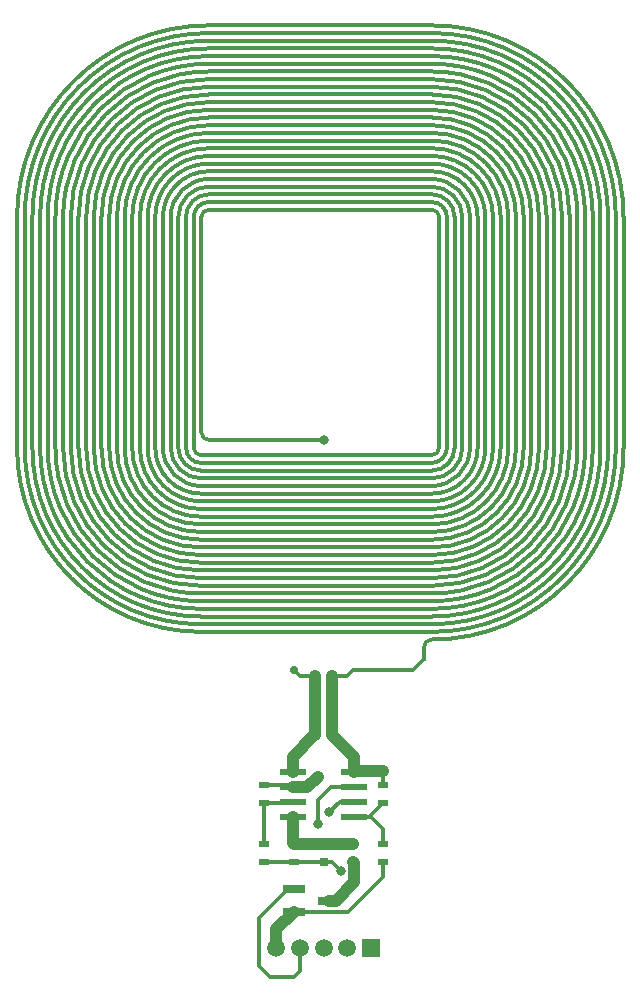
<source format=gtl>
G04 #@! TF.GenerationSoftware,KiCad,Pcbnew,(2017-06-12 revision 19d5cc754)-master*
G04 #@! TF.CreationDate,2018-05-14T22:42:30+02:00*
G04 #@! TF.ProjectId,RFID_MLX90109,524649445F4D4C5839303130392E6B69,rev?*
G04 #@! TF.FileFunction,Copper,L1,Top,Signal*
G04 #@! TF.FilePolarity,Positive*
%FSLAX46Y46*%
G04 Gerber Fmt 4.6, Leading zero omitted, Abs format (unit mm)*
G04 Created by KiCad (PCBNEW (2017-06-12 revision 19d5cc754)-master) date 2018 May 14, Monday 22:42:30*
%MOMM*%
%LPD*%
G01*
G04 APERTURE LIST*
%ADD10C,0.100000*%
%ADD11C,0.300000*%
%ADD12R,0.800000X0.750000*%
%ADD13R,0.750000X0.800000*%
%ADD14R,0.900000X0.500000*%
%ADD15R,0.300000X1.000000*%
%ADD16R,1.000000X0.300000*%
%ADD17R,1.900000X0.800000*%
%ADD18R,1.500000X1.500000*%
%ADD19C,1.500000*%
%ADD20R,2.200000X0.600000*%
%ADD21C,1.000000*%
%ADD22C,0.800000*%
%ADD23C,0.700000*%
%ADD24C,1.000000*%
%ADD25C,0.250000*%
G04 APERTURE END LIST*
D10*
D11*
X182900000Y-53650000D02*
X182900000Y-73150000D01*
X182250000Y-53650000D02*
X182250000Y-73150000D01*
X181600000Y-53650000D02*
X181600000Y-73150000D01*
X180300000Y-53650000D02*
X180300000Y-73150000D01*
X179000000Y-53650000D02*
X179000000Y-73150000D01*
X178350000Y-53650000D02*
X178350000Y-73150000D01*
X180950000Y-53650000D02*
X180950000Y-73150000D01*
X179650000Y-53650000D02*
X179650000Y-73150000D01*
X176400000Y-53650000D02*
X176400000Y-73150000D01*
X174450000Y-53650000D02*
X174450000Y-73150000D01*
X175100000Y-53650000D02*
X175100000Y-73150000D01*
X175750000Y-53650000D02*
X175750000Y-73150000D01*
X173800000Y-53650000D02*
X173800000Y-73150000D01*
X173150000Y-53650000D02*
X173150000Y-73150000D01*
X177700000Y-53650000D02*
X177700000Y-73150000D01*
X177050000Y-53650000D02*
X177050000Y-73150000D01*
X172500000Y-53650000D02*
X172500000Y-73150000D01*
X169900000Y-53650000D02*
X169900000Y-73150000D01*
X171200000Y-53650000D02*
X171200000Y-73150000D01*
X170550000Y-53650000D02*
X170550000Y-73150000D01*
X168600000Y-53650000D02*
X168600000Y-73150000D01*
X167950000Y-53650000D02*
X167950000Y-73150000D01*
X171850000Y-53650000D02*
X171850000Y-73150000D01*
X169250000Y-53650000D02*
X169250000Y-73150000D01*
X167300000Y-53650000D02*
X167300000Y-73150000D01*
X167300000Y-73150000D02*
G75*
G02X166650000Y-73800000I-650000J0D01*
G01*
X167950000Y-73150000D02*
G75*
G02X166650000Y-74450000I-1300000J0D01*
G01*
X168600000Y-73150000D02*
G75*
G02X166650000Y-75100000I-1950000J0D01*
G01*
X169250000Y-73150000D02*
G75*
G02X166650000Y-75750000I-2600000J0D01*
G01*
X169900000Y-73150000D02*
G75*
G02X166650000Y-76400000I-3250000J0D01*
G01*
X170550000Y-73150000D02*
G75*
G02X166650000Y-77050000I-3900000J0D01*
G01*
X171200000Y-73150000D02*
G75*
G02X166650000Y-77700000I-4550000J0D01*
G01*
X171850000Y-73150000D02*
G75*
G02X166650000Y-78350000I-5200000J0D01*
G01*
X172500000Y-73150000D02*
G75*
G02X166650000Y-79000000I-5850000J0D01*
G01*
X173150000Y-73150000D02*
G75*
G02X166650000Y-79650000I-6500000J0D01*
G01*
X173800000Y-73150000D02*
G75*
G02X166650000Y-80300000I-7150000J0D01*
G01*
X174450000Y-73150000D02*
G75*
G02X166650000Y-80950000I-7800000J0D01*
G01*
X175100000Y-73150000D02*
G75*
G02X166650000Y-81600000I-8450000J0D01*
G01*
X175750000Y-73150000D02*
G75*
G02X166650000Y-82250000I-9100000J0D01*
G01*
X176400000Y-73150000D02*
G75*
G02X166650000Y-82900000I-9750000J0D01*
G01*
X177050000Y-73150000D02*
G75*
G02X166650000Y-83550000I-10400000J0D01*
G01*
X177700000Y-73150000D02*
G75*
G02X166650000Y-84200000I-11050000J0D01*
G01*
X178350000Y-73150000D02*
G75*
G02X166650000Y-84850000I-11700000J0D01*
G01*
X179000000Y-73150000D02*
G75*
G02X166650000Y-85500000I-12350000J0D01*
G01*
X179650000Y-73150000D02*
G75*
G02X166650000Y-86150000I-13000000J0D01*
G01*
X180300000Y-73150000D02*
G75*
G02X166650000Y-86800000I-13650000J0D01*
G01*
X180950000Y-73150000D02*
G75*
G02X166650000Y-87450000I-14300000J0D01*
G01*
X181600000Y-73150000D02*
G75*
G02X166650000Y-88100000I-14950000J0D01*
G01*
X182250000Y-73150000D02*
G75*
G02X166650000Y-88750000I-15600000J0D01*
G01*
X182900000Y-73150000D02*
G75*
G02X166650000Y-89400000I-16250000J0D01*
G01*
X166650000Y-40650000D02*
G75*
G02X179650000Y-53650000I0J-13000000D01*
G01*
X147800000Y-52350000D02*
X166650000Y-52350000D01*
X166650000Y-46500000D02*
G75*
G02X173800000Y-53650000I0J-7150000D01*
G01*
X147800000Y-40000000D02*
X166650000Y-40000000D01*
X166642446Y-38700000D02*
G75*
G02X181592446Y-53650000I0J-14950000D01*
G01*
X147800000Y-41950000D02*
X166650000Y-41950000D01*
X147800000Y-38700000D02*
X166650000Y-38700000D01*
X147800000Y-39350000D02*
X166650000Y-39350000D01*
X147800000Y-50400000D02*
X166650000Y-50400000D01*
X166650000Y-49750000D02*
G75*
G02X170550000Y-53650000I0J-3900000D01*
G01*
X166650000Y-41300000D02*
G75*
G02X179000000Y-53650000I0J-12350000D01*
G01*
X147800000Y-49750000D02*
X166650000Y-49750000D01*
X166650000Y-39350000D02*
G75*
G02X180950000Y-53650000I0J-14300000D01*
G01*
X147800000Y-51050000D02*
X166650000Y-51050000D01*
X166650000Y-47150000D02*
G75*
G02X173150000Y-53650000I0J-6500000D01*
G01*
X166650000Y-51700000D02*
G75*
G02X168600000Y-53650000I0J-1950000D01*
G01*
X166650000Y-50400000D02*
G75*
G02X169900000Y-53650000I0J-3250000D01*
G01*
X147800000Y-45200000D02*
X166650000Y-45200000D01*
X166650000Y-45200000D02*
G75*
G02X175100000Y-53650000I0J-8450000D01*
G01*
X166650000Y-52350000D02*
G75*
G02X167950000Y-53650000I0J-1300000D01*
G01*
X166650000Y-53000000D02*
G75*
G02X167300000Y-53650000I0J-650000D01*
G01*
X147800000Y-51700000D02*
X166650000Y-51700000D01*
X166650000Y-49100000D02*
G75*
G02X171200000Y-53650000I0J-4550000D01*
G01*
X147800000Y-43250000D02*
X166650000Y-43250000D01*
X147800000Y-42600000D02*
X166650000Y-42600000D01*
X166650000Y-47800000D02*
G75*
G02X172500000Y-53650000I0J-5850000D01*
G01*
X166650000Y-48450000D02*
G75*
G02X171850000Y-53650000I0J-5200000D01*
G01*
X147800000Y-38050000D02*
X166650000Y-38050000D01*
X166650000Y-44550000D02*
G75*
G02X175750000Y-53650000I0J-9100000D01*
G01*
X147800000Y-47800000D02*
X166650000Y-47800000D01*
X166650000Y-45850000D02*
G75*
G02X174450000Y-53650000I0J-7800000D01*
G01*
X166650000Y-41950000D02*
G75*
G02X178350000Y-53650000I0J-11700000D01*
G01*
X147800000Y-40650000D02*
X166650000Y-40650000D01*
X166650000Y-40000000D02*
G75*
G02X180300000Y-53650000I0J-13650000D01*
G01*
X147800000Y-43900000D02*
X166650000Y-43900000D01*
X147800000Y-53000000D02*
X166650000Y-53000000D01*
X147800000Y-37400000D02*
X166650000Y-37400000D01*
X147800000Y-47150000D02*
X166650000Y-47150000D01*
X166650000Y-37400000D02*
G75*
G02X182900000Y-53650000I0J-16250000D01*
G01*
X147800000Y-41300000D02*
X166650000Y-41300000D01*
X166650000Y-42600000D02*
G75*
G02X177700000Y-53650000I0J-11050000D01*
G01*
X166650000Y-43900000D02*
G75*
G02X176400000Y-53650000I0J-9750000D01*
G01*
X147800000Y-48450000D02*
X166650000Y-48450000D01*
X166650000Y-51050000D02*
G75*
G02X169250000Y-53650000I0J-2600000D01*
G01*
X147800000Y-46500000D02*
X166650000Y-46500000D01*
X147800000Y-45850000D02*
X166650000Y-45850000D01*
X147800000Y-49100000D02*
X166650000Y-49100000D01*
X166650000Y-43250000D02*
G75*
G02X177050000Y-53650000I0J-10400000D01*
G01*
X147800000Y-44550000D02*
X166650000Y-44550000D01*
X166650000Y-38050000D02*
G75*
G02X182250000Y-53650000I0J-15600000D01*
G01*
X166650000Y-88100000D02*
X147150000Y-88100000D01*
X147150000Y-80300000D02*
G75*
G02X140000000Y-73150000I0J7150000D01*
G01*
X166650000Y-77700000D02*
X147150000Y-77700000D01*
X147150000Y-77700000D02*
G75*
G02X142600000Y-73150000I0J4550000D01*
G01*
X166650000Y-84850000D02*
X147150000Y-84850000D01*
X166650000Y-86150000D02*
X147150000Y-86150000D01*
X166650000Y-85500000D02*
X147150000Y-85500000D01*
X147150000Y-74450000D02*
G75*
G02X145850000Y-73150000I0J1300000D01*
G01*
X166650000Y-79000000D02*
X147150000Y-79000000D01*
X166650000Y-75100000D02*
X147150000Y-75100000D01*
X147150000Y-84200000D02*
G75*
G02X136100000Y-73150000I0J11050000D01*
G01*
X147150000Y-77050000D02*
G75*
G02X143250000Y-73150000I0J3900000D01*
G01*
X166650000Y-73800000D02*
X147150000Y-73800000D01*
X147150000Y-73800000D02*
G75*
G02X146500000Y-73150000I0J650000D01*
G01*
X147150000Y-83550000D02*
G75*
G02X136750000Y-73150000I0J10400000D01*
G01*
X166550000Y-81550000D02*
X147150000Y-81600000D01*
X147150000Y-79000000D02*
G75*
G02X141300000Y-73150000I0J5850000D01*
G01*
X166650000Y-75750000D02*
X147150000Y-75750000D01*
X166650000Y-78350000D02*
X147150000Y-78350000D01*
X166650000Y-76400000D02*
X147150000Y-76400000D01*
X147150000Y-75100000D02*
G75*
G02X145200000Y-73150000I0J1950000D01*
G01*
X166650000Y-84200000D02*
X147150000Y-84200000D01*
X166650000Y-79650000D02*
X147150000Y-79650000D01*
X147150000Y-76400000D02*
G75*
G02X143900000Y-73150000I0J3250000D01*
G01*
X147150000Y-75750000D02*
G75*
G02X144550000Y-73150000I0J2600000D01*
G01*
X166650000Y-86800000D02*
X147150000Y-86800000D01*
X147150000Y-79650000D02*
G75*
G02X140650000Y-73150000I0J6500000D01*
G01*
X166650000Y-83550000D02*
X147150000Y-83550000D01*
X147150000Y-88750000D02*
G75*
G02X131550000Y-73150000I0J15600000D01*
G01*
X147150000Y-78350000D02*
G75*
G02X141950000Y-73150000I0J5200000D01*
G01*
X147150000Y-86800000D02*
G75*
G02X133500000Y-73150000I0J13650000D01*
G01*
X147150000Y-80950000D02*
G75*
G02X139350000Y-73150000I0J7800000D01*
G01*
X166650000Y-82900000D02*
X147150000Y-82900000D01*
X166650000Y-74450000D02*
X147150000Y-74450000D01*
X147150000Y-85500000D02*
G75*
G02X134800000Y-73150000I0J12350000D01*
G01*
X166650000Y-88750000D02*
X147150000Y-88750000D01*
X147150000Y-82250000D02*
G75*
G02X138050000Y-73150000I0J9100000D01*
G01*
X166650000Y-87450000D02*
X147150000Y-87450000D01*
X147150000Y-82900000D02*
G75*
G02X137400000Y-73150000I0J9750000D01*
G01*
X147150000Y-87450000D02*
G75*
G02X132850000Y-73150000I0J14300000D01*
G01*
X166650000Y-77050000D02*
X147150000Y-77050000D01*
X147150000Y-86150000D02*
G75*
G02X134150000Y-73150000I0J13000000D01*
G01*
X166650000Y-80300000D02*
X147150000Y-80300000D01*
X166650000Y-80950000D02*
X147150000Y-80950000D01*
X166650000Y-82250000D02*
X147150000Y-82250000D01*
X147150000Y-88100000D02*
G75*
G02X132200000Y-73150000I0J14950000D01*
G01*
X147150000Y-84850000D02*
G75*
G02X135450000Y-73150000I0J11700000D01*
G01*
X147150000Y-81600000D02*
G75*
G02X138700000Y-73150000I0J8450000D01*
G01*
X134150000Y-73150000D02*
X134150000Y-53650000D01*
X141300000Y-53650000D02*
G75*
G02X147800000Y-47150000I6500000J0D01*
G01*
X137400000Y-73150000D02*
X137400000Y-53650000D01*
X132200000Y-53650000D02*
G75*
G02X147800000Y-38050000I15600000J0D01*
G01*
X142600000Y-53650000D02*
G75*
G02X147800000Y-48450000I5200000J0D01*
G01*
X134150000Y-53650000D02*
G75*
G02X147800000Y-40000000I13650000J0D01*
G01*
X140000000Y-53650000D02*
G75*
G02X147800000Y-45850000I7800000J0D01*
G01*
X138050000Y-73150000D02*
X138050000Y-53650000D01*
X146500000Y-73150000D02*
X146500000Y-53650000D01*
X135450000Y-53650000D02*
G75*
G02X147800000Y-41300000I12350000J0D01*
G01*
X132200000Y-73150000D02*
X132200000Y-53650000D01*
X138700000Y-53650000D02*
G75*
G02X147800000Y-44550000I9100000J0D01*
G01*
X133500000Y-73150000D02*
X133500000Y-53650000D01*
X138050000Y-53650000D02*
G75*
G02X147800000Y-43900000I9750000J0D01*
G01*
X133500000Y-53650000D02*
G75*
G02X147800000Y-39350000I14300000J0D01*
G01*
X143900000Y-73150000D02*
X143900000Y-53650000D01*
X134800000Y-53650000D02*
G75*
G02X147800000Y-40650000I13000000J0D01*
G01*
X140650000Y-73150000D02*
X140650000Y-53650000D01*
X140000000Y-73150000D02*
X140000000Y-53650000D01*
X132850000Y-73150000D02*
X132850000Y-53650000D01*
X140650000Y-53650000D02*
G75*
G02X147800000Y-46500000I7150000J0D01*
G01*
X145200000Y-73150000D02*
X145200000Y-53650000D01*
X142600000Y-73150000D02*
X142600000Y-53650000D01*
X131550000Y-73150000D02*
X131550000Y-53650000D01*
X144550000Y-73150000D02*
X144550000Y-53650000D01*
X145850000Y-53650000D02*
G75*
G02X147800000Y-51700000I1950000J0D01*
G01*
X136750000Y-73150000D02*
X136750000Y-53650000D01*
X141300000Y-73150000D02*
X141300000Y-53650000D01*
X144550000Y-53650000D02*
G75*
G02X147800000Y-50400000I3250000J0D01*
G01*
X145200000Y-53650000D02*
G75*
G02X147800000Y-51050000I2600000J0D01*
G01*
X145850000Y-73150000D02*
X145850000Y-53650000D01*
X136750000Y-53650000D02*
G75*
G02X147800000Y-42600000I11050000J0D01*
G01*
X143900000Y-53650000D02*
G75*
G02X147800000Y-49750000I3900000J0D01*
G01*
X147150000Y-71850000D02*
X147150000Y-53650000D01*
X147150000Y-53650000D02*
G75*
G02X147800000Y-53000000I650000J0D01*
G01*
X137400000Y-53650000D02*
G75*
G02X147800000Y-43250000I10400000J0D01*
G01*
X139350000Y-73150000D02*
X139350000Y-53650000D01*
X141950000Y-53650000D02*
G75*
G02X147800000Y-47800000I5850000J0D01*
G01*
X143250000Y-73150000D02*
X143250000Y-53650000D01*
X143250000Y-53650000D02*
G75*
G02X147800000Y-49100000I4550000J0D01*
G01*
X136100000Y-73150000D02*
X136100000Y-53650000D01*
X131550000Y-53650000D02*
G75*
G02X147800000Y-37400000I16250000J0D01*
G01*
X134800000Y-73150000D02*
X134800000Y-53650000D01*
X135450000Y-73150000D02*
X135450000Y-53650000D01*
X146500000Y-53650000D02*
G75*
G02X147800000Y-52350000I1300000J0D01*
G01*
X141950000Y-73150000D02*
X141950000Y-53650000D01*
X138700000Y-73150000D02*
X138700000Y-53650000D01*
X132850000Y-53650000D02*
G75*
G02X147800000Y-38700000I14950000J0D01*
G01*
X136100000Y-53650000D02*
G75*
G02X147800000Y-41950000I11700000J0D01*
G01*
X139350000Y-53650000D02*
G75*
G02X147800000Y-45200000I8450000J0D01*
G01*
X147800000Y-72500000D02*
G75*
G02X147150000Y-71850000I0J650000D01*
G01*
X166000000Y-90050000D02*
G75*
G02X166650000Y-89400000I650000J0D01*
G01*
X166000000Y-90050000D02*
X166000000Y-90700000D01*
X156900000Y-72500000D02*
X147800000Y-72500000D01*
D12*
X158250000Y-97500000D03*
X156750000Y-97500000D03*
D13*
X157500000Y-106750000D03*
X157500000Y-108250000D03*
D12*
X156750000Y-95000000D03*
X158250000Y-95000000D03*
X156750000Y-92500000D03*
X158250000Y-92500000D03*
D14*
X160000000Y-106750000D03*
X160000000Y-108250000D03*
X162500000Y-108250000D03*
X162500000Y-106750000D03*
X162500000Y-101750000D03*
X162500000Y-103250000D03*
X155000000Y-106750000D03*
X155000000Y-108250000D03*
X152500000Y-101750000D03*
X152500000Y-103250000D03*
X152500000Y-106750000D03*
X152500000Y-108250000D03*
D15*
X166000000Y-90700000D03*
D16*
X156900000Y-72500000D03*
D17*
X158000000Y-111500000D03*
X155000000Y-112450000D03*
X155000000Y-110550000D03*
D18*
X161500000Y-115500000D03*
D19*
X159500000Y-115500000D03*
X157500000Y-115500000D03*
X155500000Y-115500000D03*
X153500000Y-115500000D03*
D20*
X160100000Y-100595000D03*
X160100000Y-101865000D03*
X160100000Y-103135000D03*
X160100000Y-104405000D03*
X154900000Y-104405000D03*
X154900000Y-103135000D03*
X154900000Y-101865000D03*
X154900000Y-100595000D03*
D21*
X157000000Y-101000000D03*
D22*
X159000000Y-109000000D03*
D21*
X162500000Y-100500000D03*
D22*
X157000000Y-105000000D03*
X158000000Y-104000000D03*
D23*
X155000000Y-92000000D03*
D22*
X157500000Y-72500000D03*
D11*
X155000000Y-112450000D02*
X159550000Y-112450000D01*
X159550000Y-112450000D02*
X162500000Y-109500000D01*
X162500000Y-109500000D02*
X162500000Y-108250000D01*
D24*
X154900000Y-101865000D02*
X156135000Y-101865000D01*
X156135000Y-101865000D02*
X157000000Y-101000000D01*
X153500000Y-115500000D02*
X153500000Y-113950000D01*
X153500000Y-113950000D02*
X155000000Y-112450000D01*
D11*
X152500000Y-101750000D02*
X154785000Y-101750000D01*
X154785000Y-101750000D02*
X154900000Y-101865000D01*
X155000000Y-110550000D02*
X154450000Y-110550000D01*
X154450000Y-110550000D02*
X152000000Y-113000000D01*
X152000000Y-113000000D02*
X152000000Y-117000000D01*
X152000000Y-117000000D02*
X153000000Y-118000000D01*
X153000000Y-118000000D02*
X155000000Y-118000000D01*
X155000000Y-118000000D02*
X155500000Y-117500000D01*
X155500000Y-117500000D02*
X155500000Y-115500000D01*
X162500000Y-101750000D02*
X162500000Y-100500000D01*
X158250000Y-108250000D02*
X159000000Y-109000000D01*
X157500000Y-108250000D02*
X158250000Y-108250000D01*
X155000000Y-108250000D02*
X157500000Y-108250000D01*
X152500000Y-108250000D02*
X155000000Y-108250000D01*
X160000000Y-92000000D02*
X159500000Y-92500000D01*
X159500000Y-92500000D02*
X158250000Y-92500000D01*
X165050000Y-92000000D02*
X160000000Y-92000000D01*
X166000000Y-90700000D02*
X166000000Y-91050000D01*
X166000000Y-91050000D02*
X165050000Y-92000000D01*
D24*
X158250000Y-95000000D02*
X158250000Y-92500000D01*
X158250000Y-97500000D02*
X158250000Y-92500000D01*
X160100000Y-100595000D02*
X160100000Y-99350000D01*
X160100000Y-99350000D02*
X158250000Y-97500000D01*
X162500000Y-100500000D02*
X160195000Y-100500000D01*
X160195000Y-100500000D02*
X160100000Y-100595000D01*
D11*
X160100000Y-104405000D02*
X161345000Y-104405000D01*
X161345000Y-104405000D02*
X162500000Y-103250000D01*
X160100000Y-104405000D02*
X161500000Y-104405000D01*
X161500000Y-104405000D02*
X162500000Y-105405000D01*
X162500000Y-105405000D02*
X162500000Y-106750000D01*
X158135000Y-101865000D02*
X157000000Y-103000000D01*
X157000000Y-103000000D02*
X157000000Y-105000000D01*
X160100000Y-101865000D02*
X158135000Y-101865000D01*
X160100000Y-103135000D02*
X158865000Y-103135000D01*
X158865000Y-103135000D02*
X158000000Y-104000000D01*
X152500000Y-106750000D02*
X152500000Y-106200000D01*
X152500000Y-106200000D02*
X152500000Y-103250000D01*
X152500000Y-103250000D02*
X154785000Y-103250000D01*
X154785000Y-103250000D02*
X154900000Y-103135000D01*
X156750000Y-92500000D02*
X155500000Y-92500000D01*
X155500000Y-92500000D02*
X155000000Y-92000000D01*
D24*
X154900000Y-100595000D02*
X154900000Y-99325000D01*
D11*
X154900000Y-99995000D02*
X154900000Y-100595000D01*
D24*
X156750000Y-97500000D02*
X156725000Y-97500000D01*
X156725000Y-97500000D02*
X154900000Y-99325000D01*
X154900000Y-99325000D02*
X154900000Y-99995000D01*
X156750000Y-95000000D02*
X156750000Y-97500000D01*
X156750000Y-92500000D02*
X156750000Y-95000000D01*
D25*
X156900000Y-72500000D02*
X157500000Y-72500000D01*
D24*
X157500000Y-106750000D02*
X160000000Y-106750000D01*
X155000000Y-106750000D02*
X157500000Y-106750000D01*
X154900000Y-104405000D02*
X154900000Y-106650000D01*
X154900000Y-106650000D02*
X155000000Y-106750000D01*
X160100002Y-108350002D02*
X160000000Y-108250000D01*
X158550000Y-111500000D02*
X160100002Y-109949998D01*
X158000000Y-111500000D02*
X158550000Y-111500000D01*
X160100002Y-109949998D02*
X160100002Y-108350002D01*
M02*

</source>
